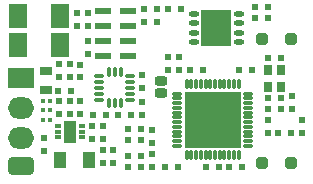
<source format=gts>
G04 Layer_Color=8388736*
%FSLAX25Y25*%
%MOIN*%
G70*
G01*
G75*
%ADD54R,0.02441X0.02441*%
G04:AMPARAMS|DCode=55|XSize=40.16mil|YSize=40.16mil|CornerRadius=10.24mil|HoleSize=0mil|Usage=FLASHONLY|Rotation=180.000|XOffset=0mil|YOffset=0mil|HoleType=Round|Shape=RoundedRectangle|*
%AMROUNDEDRECTD55*
21,1,0.04016,0.01968,0,0,180.0*
21,1,0.01968,0.04016,0,0,180.0*
1,1,0.02047,-0.00984,0.00984*
1,1,0.02047,0.00984,0.00984*
1,1,0.02047,0.00984,-0.00984*
1,1,0.02047,-0.00984,-0.00984*
%
%ADD55ROUNDEDRECTD55*%
%ADD56R,0.03032X0.03425*%
%ADD57O,0.03543X0.01968*%
%ADD58R,0.10000X0.12362*%
%ADD59O,0.01024X0.03386*%
%ADD60O,0.03386X0.01024*%
%ADD61R,0.18661X0.18661*%
%ADD62R,0.02441X0.02441*%
G04:AMPARAMS|DCode=63|XSize=32.28mil|YSize=40.16mil|CornerRadius=8.27mil|HoleSize=0mil|Usage=FLASHONLY|Rotation=270.000|XOffset=0mil|YOffset=0mil|HoleType=Round|Shape=RoundedRectangle|*
%AMROUNDEDRECTD63*
21,1,0.03228,0.02362,0,0,270.0*
21,1,0.01575,0.04016,0,0,270.0*
1,1,0.01654,-0.01181,-0.00787*
1,1,0.01654,-0.01181,0.00787*
1,1,0.01654,0.01181,0.00787*
1,1,0.01654,0.01181,-0.00787*
%
%ADD63ROUNDEDRECTD63*%
%ADD64R,0.06378X0.07953*%
%ADD65R,0.05591X0.02441*%
%ADD66R,0.04409X0.05591*%
%ADD67R,0.01614X0.01614*%
%ADD68R,0.02205X0.01221*%
%ADD69R,0.04173X0.07323*%
G04:AMPARAMS|DCode=70|XSize=59.84mil|YSize=87.4mil|CornerRadius=15.16mil|HoleSize=0mil|Usage=FLASHONLY|Rotation=90.000|XOffset=0mil|YOffset=0mil|HoleType=Round|Shape=RoundedRectangle|*
%AMROUNDEDRECTD70*
21,1,0.05984,0.05709,0,0,90.0*
21,1,0.02953,0.08740,0,0,90.0*
1,1,0.03032,0.02854,0.01476*
1,1,0.03032,0.02854,-0.01476*
1,1,0.03032,-0.02854,-0.01476*
1,1,0.03032,-0.02854,0.01476*
%
%ADD70ROUNDEDRECTD70*%
%ADD71R,0.02244X0.01850*%
%ADD72O,0.03386X0.01417*%
%ADD73O,0.01417X0.03386*%
%ADD74R,0.04016X0.02835*%
%ADD75O,0.08740X0.07165*%
%ADD76R,0.08740X0.07165*%
G04:AMPARAMS|DCode=77|XSize=87.4mil|YSize=59.84mil|CornerRadius=15.16mil|HoleSize=0mil|Usage=FLASHONLY|Rotation=0.000|XOffset=0mil|YOffset=0mil|HoleType=Round|Shape=RoundedRectangle|*
%AMROUNDEDRECTD77*
21,1,0.08740,0.02953,0,0,0.0*
21,1,0.05709,0.05984,0,0,0.0*
1,1,0.03032,0.02854,-0.01476*
1,1,0.03032,-0.02854,-0.01476*
1,1,0.03032,-0.02854,0.01476*
1,1,0.03032,0.02854,0.01476*
%
%ADD77ROUNDEDRECTD77*%
D54*
X99016Y18504D02*
D03*
Y14173D02*
D03*
X36220Y8465D02*
D03*
Y4134D02*
D03*
X32677D02*
D03*
Y8465D02*
D03*
X87598Y14173D02*
D03*
Y18504D02*
D03*
X54528Y39567D02*
D03*
Y35236D02*
D03*
X58071Y39567D02*
D03*
Y35236D02*
D03*
X95669Y26378D02*
D03*
Y22047D02*
D03*
X49016Y7087D02*
D03*
Y2756D02*
D03*
Y14961D02*
D03*
Y10630D02*
D03*
X32677Y16339D02*
D03*
Y12008D02*
D03*
X29134Y16339D02*
D03*
Y12008D02*
D03*
X45669Y24409D02*
D03*
Y20079D02*
D03*
Y33268D02*
D03*
Y28937D02*
D03*
X12992Y8071D02*
D03*
Y12402D02*
D03*
X25197Y20276D02*
D03*
Y24606D02*
D03*
X24213Y53937D02*
D03*
Y49606D02*
D03*
X27756Y53937D02*
D03*
Y49606D02*
D03*
Y40354D02*
D03*
Y44685D02*
D03*
X18110Y20276D02*
D03*
Y24606D02*
D03*
X21654Y20276D02*
D03*
Y24606D02*
D03*
X18110Y37008D02*
D03*
Y32677D02*
D03*
X21654D02*
D03*
Y37008D02*
D03*
D55*
X95276Y45276D02*
D03*
X85827Y3937D02*
D03*
X95276D02*
D03*
X85827Y45276D02*
D03*
D56*
X91929Y35039D02*
D03*
X87598D02*
D03*
Y29528D02*
D03*
X91929D02*
D03*
D57*
X77953Y53740D02*
D03*
Y50591D02*
D03*
Y44291D02*
D03*
Y47441D02*
D03*
X62992Y50591D02*
D03*
Y53740D02*
D03*
Y47441D02*
D03*
Y44291D02*
D03*
D58*
X70472Y49016D02*
D03*
D59*
X76378Y30315D02*
D03*
X77953D02*
D03*
X74803D02*
D03*
X73228D02*
D03*
X66929D02*
D03*
X68504D02*
D03*
X71653D02*
D03*
X70079D02*
D03*
X63779D02*
D03*
X65354D02*
D03*
X62205D02*
D03*
X60630D02*
D03*
Y6693D02*
D03*
X62205D02*
D03*
X65354D02*
D03*
X63779D02*
D03*
X70079D02*
D03*
X71653D02*
D03*
X68504D02*
D03*
X66929D02*
D03*
X73228D02*
D03*
X74803D02*
D03*
X77953D02*
D03*
X76378D02*
D03*
D60*
X81102Y27165D02*
D03*
Y25591D02*
D03*
Y22441D02*
D03*
Y24016D02*
D03*
Y17717D02*
D03*
Y16142D02*
D03*
Y19291D02*
D03*
Y20866D02*
D03*
Y14567D02*
D03*
Y12992D02*
D03*
Y9843D02*
D03*
Y11417D02*
D03*
X57480D02*
D03*
Y9843D02*
D03*
Y12992D02*
D03*
Y14567D02*
D03*
Y20866D02*
D03*
Y19291D02*
D03*
Y16142D02*
D03*
Y17717D02*
D03*
Y24016D02*
D03*
Y22441D02*
D03*
Y25591D02*
D03*
Y27165D02*
D03*
D61*
X69291Y18504D02*
D03*
D62*
X58661Y55315D02*
D03*
X54331D02*
D03*
X46457D02*
D03*
X50787D02*
D03*
X46457Y50984D02*
D03*
X50787D02*
D03*
X95472Y14173D02*
D03*
X91142D02*
D03*
X83268Y55905D02*
D03*
X87598D02*
D03*
X83268Y52362D02*
D03*
X87598D02*
D03*
X33661Y20079D02*
D03*
X29331D02*
D03*
X87598Y22047D02*
D03*
X91929D02*
D03*
X87598Y25591D02*
D03*
X91929D02*
D03*
X65945Y35236D02*
D03*
X61614D02*
D03*
X77953Y35039D02*
D03*
X82284D02*
D03*
X87598Y38976D02*
D03*
X91929D02*
D03*
X79134Y2756D02*
D03*
X74803D02*
D03*
X66929D02*
D03*
X71260D02*
D03*
X53543D02*
D03*
X57874D02*
D03*
X45472D02*
D03*
X41142D02*
D03*
Y6299D02*
D03*
X45472D02*
D03*
Y11811D02*
D03*
X41142D02*
D03*
X45472Y15354D02*
D03*
X41142D02*
D03*
X37795Y20079D02*
D03*
X42126D02*
D03*
X22244Y27953D02*
D03*
X17913D02*
D03*
D63*
X52165Y27362D02*
D03*
Y31299D02*
D03*
D64*
X18504Y53150D02*
D03*
X4331D02*
D03*
X18504Y43307D02*
D03*
X4331D02*
D03*
D65*
X41142Y39862D02*
D03*
Y44783D02*
D03*
Y49705D02*
D03*
Y54626D02*
D03*
X32874Y39862D02*
D03*
Y44783D02*
D03*
Y49705D02*
D03*
Y54626D02*
D03*
D66*
X28150Y4922D02*
D03*
X18307Y4921D02*
D03*
D67*
X12598Y18504D02*
D03*
X14961D02*
D03*
X12598Y21654D02*
D03*
X14961D02*
D03*
X12598Y24803D02*
D03*
X14961D02*
D03*
D68*
X25591Y12598D02*
D03*
Y14567D02*
D03*
Y16535D02*
D03*
X17717D02*
D03*
Y14567D02*
D03*
Y12598D02*
D03*
D69*
X21654Y14567D02*
D03*
D70*
X5512Y3150D02*
D03*
D71*
X25197Y36811D02*
D03*
Y32874D02*
D03*
D72*
X41732Y29134D02*
D03*
Y27165D02*
D03*
Y25197D02*
D03*
Y31102D02*
D03*
Y33071D02*
D03*
X31496Y25197D02*
D03*
Y27165D02*
D03*
Y33071D02*
D03*
Y31102D02*
D03*
Y29134D02*
D03*
D73*
X36614Y24016D02*
D03*
X38583D02*
D03*
X34646D02*
D03*
X38583Y34252D02*
D03*
X34646D02*
D03*
X36614D02*
D03*
D74*
X13779Y34647D02*
D03*
X13779Y28348D02*
D03*
D75*
X5512Y12284D02*
D03*
Y22284D02*
D03*
D76*
Y32283D02*
D03*
D77*
Y3150D02*
D03*
M02*

</source>
